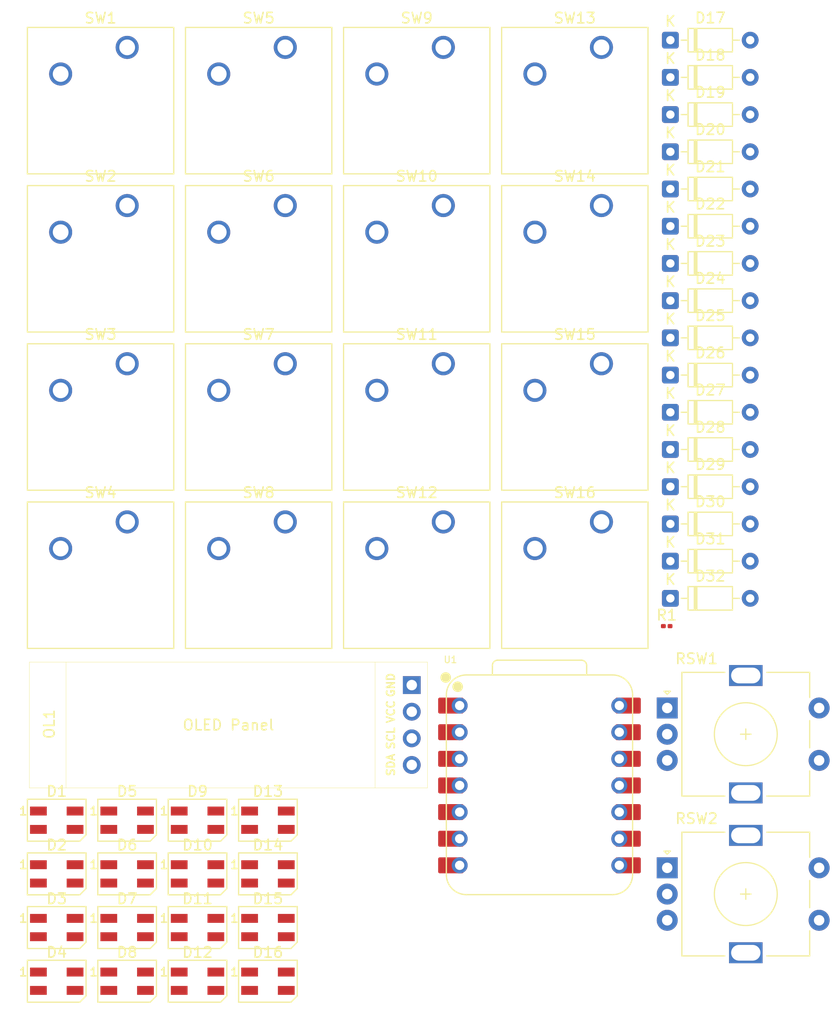
<source format=kicad_pcb>
(kicad_pcb (version 20241229) (generator "pcbnew") (generator_version "9.0")
  (layers (0 "F.Cu" signal) (2 "B.Cu" signal) (13 "F.Paste" user) (15 "B.Paste" user) (5 "F.SilkS" user "F.Silkscreen") (7 "B.SilkS" user "B.Silkscreen") (1 "F.Mask" user) (3 "B.Mask" user) (25 "Edge.Cuts" user))
  (net 0 "")
  (net 1 "Net-(D1-DIN)")
  (net 2 "GND")
  (net 3 "Net-(D1-DOUT)")
  (net 4 "+5V")
  (net 5 "Net-(D2-DOUT)")
  (net 6 "Net-(D3-DOUT)")
  (net 7 "Net-(D4-DOUT)")
  (net 8 "Net-(D5-DOUT)")
  (net 9 "Net-(D16-DOUT)")
  (net 10 "Net-(D6-DOUT)")
  (net 11 "Net-(D7-DOUT)")
  (net 12 "Net-(D8-DOUT)")
  (net 13 "Net-(D10-DIN)")
  (net 15 "Net-(D11-DIN)")
  (net 16 "Net-(D11-DOUT)")
  (net 17 "Net-(D12-DOUT)")
  (net 18 "Net-(D13-DOUT)")
  (net 19 "Net-(D14-DOUT)")
  (net 20 "Net-(D15-DOUT)")
  (net 21 "Net-(D17-K)")
  (net 22 "Net-(D17-A)")
  (net 23 "Net-(D18-A)")
  (net 24 "Net-(D19-A)")
  (net 25 "Net-(D20-A)")
  (net 26 "Net-(D21-A)")
  (net 27 "Net-(D21-K)")
  (net 28 "Net-(D22-A)")
  (net 29 "Net-(D23-A)")
  (net 30 "Net-(D24-A)")
  (net 31 "Net-(D25-A)")
  (net 32 "Net-(D25-K)")
  (net 33 "Net-(D26-A)")
  (net 34 "Net-(D27-A)")
  (net 35 "Net-(D28-A)")
  (net 36 "Net-(D29-A)")
  (net 37 "Net-(D29-K)")
  (net 38 "Net-(D30-A)")
  (net 39 "Net-(D31-A)")
  (net 40 "Net-(D32-A)")
  (net 41 "Net-(OL1-SDA)")
  (net 42 "Net-(OL1-SCL)")
  (net 43 "Net-(RSW1-PadC)")
  (net 44 "Net-(U1-GPIO28{slash}ADC2{slash}A2)")
  (net 45 "Net-(U1-GPIO27{slash}ADC1{slash}A1)")
  (net 47 "Net-(U1-GPIO0{slash}TX)")
  (net 48 "Net-(RSW2-PadC)")
  (net 50 "Net-(U1-GPIO29{slash}ADC3{slash}A3)")
  (footprint "Button_Switch_Keyboard:SW_Cherry_MX_1.00u_PCB" (layer "F.Cu") (at 136.22 52.32)
    (property "Reference" "SW14" (at -2.54 -2.794 0) (layer "F.SilkS"))
    (property "Value" "SW_Push")
    (pad "" np_thru_hole circle (at -7.62 5.08) (size 1.7 1.7) (drill 1.7) (layers "*.Cu" "*.Mask"))
    (pad "" np_thru_hole circle (at -2.54 5.08) (size 4 4) (drill 4) (layers "*.Cu" "*.Mask"))
    (pad "" np_thru_hole circle (at 2.54 5.08) (size 1.7 1.7) (drill 1.7) (layers "*.Cu" "*.Mask"))
    (pad "1" thru_hole circle (at 0 0) (size 2.2 2.2) (drill 1.5) (layers "*.Cu" "*.Mask") (net 38 "Net-(D30-A)"))
    (pad "2" thru_hole circle (at -6.35 2.54) (size 2.2 2.2) (drill 1.5) (layers "*.Cu" "*.Mask") (net 4 "+5V"))
  )
  (footprint "LED_SMD:LED_SK6812MINI_PLCC4_3.5x3.5mm_P1.75mm" (layer "F.Cu") (at 104.385 121.195)
    (property "Reference" "D15" (at 0 -2.75 0) (layer "F.SilkS"))
    (property "Value" "SK6812MINI")
    (fp_text user "1" (at -3.2 -0.875 0) (layer "F.SilkS") (effects (font (size 0.8 0.8))))
    (pad "1" smd rect (at -1.75 -0.875) (size 1.6 0.85) (layers "F.Cu" "F.Mask" "F.Paste") (net 20 "Net-(D15-DOUT)"))
    (pad "2" smd rect (at -1.75 0.875) (size 1.6 0.85) (layers "F.Cu" "F.Mask" "F.Paste") (net 2 "GND"))
    (pad "3" smd rect (at 1.75 0.875) (size 1.6 0.85) (layers "F.Cu" "F.Mask" "F.Paste") (net 19 "Net-(D14-DOUT)"))
    (pad "4" smd rect (at 1.75 -0.875) (size 1.6 0.85) (layers "F.Cu" "F.Mask" "F.Paste") (net 4 "+5V"))
  )
  (footprint "Diode_THT:D_DO-35_SOD27_P7.62mm_Horizontal" (layer "F.Cu") (at 142.8 79.14)
    (property "Reference" "D29" (at 3.81 -2.12 0) (layer "F.SilkS"))
    (property "Value" "1N4148")
    (fp_text user "K" (at 0 -1.8 0) (layer "F.SilkS"))
    (pad "1" thru_hole roundrect (at 0 0) (size 1.6 1.6) (drill 0.8) (layers "*.Cu" "*.Mask") (roundrect_rratio 0.15625) (net 37 "Net-(D29-K)"))
    (pad "2" thru_hole circle (at 7.62 0) (size 1.6 1.6) (drill 0.8) (layers "*.Cu" "*.Mask") (net 36 "Net-(D29-A)"))
  )
  (footprint "Rotary_Encoder:RotaryEncoder_Alps_EC11E-Switch_Vertical_H20mm" (layer "F.Cu") (at 142.5 100.25)
    (property "Reference" "RSW1" (at 2.8 -4.7 0) (layer "F.SilkS"))
    (property "Value" "RotaryEncoder_Switch")
    (pad "A" thru_hole rect (at 0 0) (size 2 2) (drill 1) (layers "*.Cu" "*.Mask") (net 44 "Net-(U1-GPIO28{slash}ADC2{slash}A2)"))
    (pad "B" thru_hole circle (at 0 5) (size 2 2) (drill 1) (layers "*.Cu" "*.Mask") (net 45 "Net-(U1-GPIO27{slash}ADC1{slash}A1)"))
    (pad "C" thru_hole circle (at 0 2.5) (size 2 2) (drill 1) (layers "*.Cu" "*.Mask") (net 43 "Net-(RSW1-PadC)"))
    (pad "MP" thru_hole rect (at 7.5 -3.1) (size 3.2 2) (drill oval 2.8 1.5) (layers "*.Cu" "*.Mask"))
    (pad "MP" thru_hole rect (at 7.5 8.1) (size 3.2 2) (drill oval 2.8 1.5) (layers "*.Cu" "*.Mask"))
    (pad "S1" thru_hole circle (at 14.5 5) (size 2 2) (drill 1) (layers "*.Cu" "*.Mask"))
    (pad "S2" thru_hole circle (at 14.5 0) (size 2 2) (drill 1) (layers "*.Cu" "*.Mask") (net 43 "Net-(RSW1-PadC)"))
  )
  (footprint "Button_Switch_Keyboard:SW_Cherry_MX_1.00u_PCB" (layer "F.Cu") (at 90.95 67.41)
    (property "Reference" "SW3" (at -2.54 -2.794 0) (layer "F.SilkS"))
    (property "Value" "SW_Push")
    (pad "" np_thru_hole circle (at -7.62 5.08) (size 1.7 1.7) (drill 1.7) (layers "*.Cu" "*.Mask"))
    (pad "" np_thru_hole circle (at -2.54 5.08) (size 4 4) (drill 4) (layers "*.Cu" "*.Mask"))
    (pad "" np_thru_hole circle (at 2.54 5.08) (size 1.7 1.7) (drill 1.7) (layers "*.Cu" "*.Mask"))
    (pad "1" thru_hole circle (at 0 0) (size 2.2 2.2) (drill 1.5) (layers "*.Cu" "*.Mask") (net 24 "Net-(D19-A)"))
    (pad "2" thru_hole circle (at -6.35 2.54) (size 2.2 2.2) (drill 1.5) (layers "*.Cu" "*.Mask") (net 4 "+5V"))
  )
  (footprint "Resistor_SMD:R_0201_0603Metric" (layer "F.Cu") (at 142.45 92.44)
    (property "Reference" "R1" (at 0 -1.05 0) (layer "F.SilkS"))
    (property "Value" "R")
    (pad "1" smd roundrect (at -0.32 0) (size 0.46 0.4) (layers "F.Cu" "F.Mask") (net 7 "Net-(D4-DOUT)"))
    (pad "2" smd roundrect (at 0.32 0) (size 0.46 0.4) (layers "F.Cu" "F.Mask") (net 15 "Net-(D11-DIN)"))
  )
  (footprint "LED_SMD:LED_SK6812MINI_PLCC4_3.5x3.5mm_P1.75mm" (layer "F.Cu") (at 97.665 110.955)
    (property "Reference" "D9" (at 0 -2.75 0) (layer "F.SilkS"))
    (property "Value" "SK6812MINI")
    (fp_text user "1" (at -3.2 -0.875 0) (layer "F.SilkS") (effects (font (size 0.8 0.8))))
    (pad "1" smd rect (at -1.75 -0.875) (size 1.6 0.85) (layers "F.Cu" "F.Mask" "F.Paste") (net 13 "Net-(D10-DIN)"))
    (pad "2" smd rect (at -1.75 0.875) (size 1.6 0.85) (layers "F.Cu" "F.Mask" "F.Paste") (net 2 "GND"))
    (pad "3" smd rect (at 1.75 0.875) (size 1.6 0.85) (layers "F.Cu" "F.Mask" "F.Paste") (net 12 "Net-(D8-DOUT)"))
    (pad "4" smd rect (at 1.75 -0.875) (size 1.6 0.85) (layers "F.Cu" "F.Mask" "F.Paste") (net 4 "+5V"))
  )
  (footprint "Diode_THT:D_DO-35_SOD27_P7.62mm_Horizontal" (layer "F.Cu") (at 142.8 89.79)
    (property "Reference" "D32" (at 3.81 -2.12 0) (layer "F.SilkS"))
    (property "Value" "1N4148")
    (fp_text user "K" (at 0 -1.8 0) (layer "F.SilkS"))
    (pad "1" thru_hole roundrect (at 0 0) (size 1.6 1.6) (drill 0.8) (layers "*.Cu" "*.Mask") (roundrect_rratio 0.15625) (net 37 "Net-(D29-K)"))
    (pad "2" thru_hole circle (at 7.62 0) (size 1.6 1.6) (drill 0.8) (layers "*.Cu" "*.Mask") (net 40 "Net-(D32-A)"))
  )
  (footprint "Button_Switch_Keyboard:SW_Cherry_MX_1.00u_PCB" (layer "F.Cu") (at 106.04 67.41)
    (property "Reference" "SW7" (at -2.54 -2.794 0) (layer "F.SilkS"))
    (property "Value" "SW_Push")
    (pad "" np_thru_hole circle (at -7.62 5.08) (size 1.7 1.7) (drill 1.7) (layers "*.Cu" "*.Mask"))
    (pad "" np_thru_hole circle (at -2.54 5.08) (size 4 4) (drill 4) (layers "*.Cu" "*.Mask"))
    (pad "" np_thru_hole circle (at 2.54 5.08) (size 1.7 1.7) (drill 1.7) (layers "*.Cu" "*.Mask"))
    (pad "1" thru_hole circle (at 0 0) (size 2.2 2.2) (drill 1.5) (layers "*.Cu" "*.Mask") (net 29 "Net-(D23-A)"))
    (pad "2" thru_hole circle (at -6.35 2.54) (size 2.2 2.2) (drill 1.5) (layers "*.Cu" "*.Mask") (net 4 "+5V"))
  )
  (footprint "Button_Switch_Keyboard:SW_Cherry_MX_1.00u_PCB" (layer "F.Cu") (at 90.95 37.23)
    (property "Reference" "SW1" (at -2.54 -2.794 0) (layer "F.SilkS"))
    (property "Value" "SW_Push")
    (pad "" np_thru_hole circle (at -7.62 5.08) (size 1.7 1.7) (drill 1.7) (layers "*.Cu" "*.Mask"))
    (pad "" np_thru_hole circle (at -2.54 5.08) (size 4 4) (drill 4) (layers "*.Cu" "*.Mask"))
    (pad "" np_thru_hole circle (at 2.54 5.08) (size 1.7 1.7) (drill 1.7) (layers "*.Cu" "*.Mask"))
    (pad "1" thru_hole circle (at 0 0) (size 2.2 2.2) (drill 1.5) (layers "*.Cu" "*.Mask") (net 22 "Net-(D17-A)"))
    (pad "2" thru_hole circle (at -6.35 2.54) (size 2.2 2.2) (drill 1.5) (layers "*.Cu" "*.Mask") (net 4 "+5V"))
  )
  (footprint "Diode_THT:D_DO-35_SOD27_P7.62mm_Horizontal" (layer "F.Cu") (at 142.8 72.04)
    (property "Reference" "D27" (at 3.81 -2.12 0) (layer "F.SilkS"))
    (property "Value" "1N4148")
    (fp_text user "K" (at 0 -1.8 0) (layer "F.SilkS"))
    (pad "1" thru_hole roundrect (at 0 0) (size 1.6 1.6) (drill 0.8) (layers "*.Cu" "*.Mask") (roundrect_rratio 0.15625) (net 32 "Net-(D25-K)"))
    (pad "2" thru_hole circle (at 7.62 0) (size 1.6 1.6) (drill 0.8) (layers "*.Cu" "*.Mask") (net 34 "Net-(D27-A)"))
  )
  (footprint "Button_Switch_Keyboard:SW_Cherry_MX_1.00u_PCB" (layer "F.Cu") (at 90.95 82.5)
    (property "Reference" "SW4" (at -2.54 -2.794 0) (layer "F.SilkS"))
    (property "Value" "SW_Push")
    (pad "" np_thru_hole circle (at -7.62 5.08) (size 1.7 1.7) (drill 1.7) (layers "*.Cu" "*.Mask"))
    (pad "" np_thru_hole circle (at -2.54 5.08) (size 4 4) (drill 4) (layers "*.Cu" "*.Mask"))
    (pad "" np_thru_hole circle (at 2.54 5.08) (size 1.7 1.7) (drill 1.7) (layers "*.Cu" "*.Mask"))
    (pad "1" thru_hole circle (at 0 0) (size 2.2 2.2) (drill 1.5) (layers "*.Cu" "*.Mask") (net 25 "Net-(D20-A)"))
    (pad "2" thru_hole circle (at -6.35 2.54) (size 2.2 2.2) (drill 1.5) (layers "*.Cu" "*.Mask") (net 4 "+5V"))
  )
  (footprint "LED_SMD:LED_SK6812MINI_PLCC4_3.5x3.5mm_P1.75mm" (layer "F.Cu") (at 104.385 110.955)
    (property "Reference" "D13" (at 0 -2.75 0) (layer "F.SilkS"))
    (property "Value" "SK6812MINI")
    (fp_text user "1" (at -3.2 -0.875 0) (layer "F.SilkS") (effects (font (size 0.8 0.8))))
    (pad "1" smd rect (at -1.75 -0.875) (size 1.6 0.85) (layers "F.Cu" "F.Mask" "F.Paste") (net 18 "Net-(D13-DOUT)"))
    (pad "2" smd rect (at -1.75 0.875) (size 1.6 0.85) (layers "F.Cu" "F.Mask" "F.Paste") (net 2 "GND"))
    (pad "3" smd rect (at 1.75 0.875) (size 1.6 0.85) (layers "F.Cu" "F.Mask" "F.Paste") (net 17 "Net-(D12-DOUT)"))
    (pad "4" smd rect (at 1.75 -0.875) (size 1.6 0.85) (layers "F.Cu" "F.Mask" "F.Paste") (net 4 "+5V"))
  )
  (footprint "LED_SMD:LED_SK6812MINI_PLCC4_3.5x3.5mm_P1.75mm" (layer "F.Cu") (at 90.945 116.075)
    (property "Reference" "D6" (at 0 -2.75 0) (layer "F.SilkS"))
    (property "Value" "SK6812MINI")
    (fp_text user "1" (at -3.2 -0.875 0) (layer "F.SilkS") (effects (font (size 0.8 0.8))))
    (pad "1" smd rect (at -1.75 -0.875) (size 1.6 0.85) (layers "F.Cu" "F.Mask" "F.Paste") (net 10 "Net-(D6-DOUT)"))
    (pad "2" smd rect (at -1.75 0.875) (size 1.6 0.85) (layers "F.Cu" "F.Mask" "F.Paste") (net 2 "GND"))
    (pad "3" smd rect (at 1.75 0.875) (size 1.6 0.85) (layers "F.Cu" "F.Mask" "F.Paste") (net 8 "Net-(D5-DOUT)"))
    (pad "4" smd rect (at 1.75 -0.875) (size 1.6 0.85) (layers "F.Cu" "F.Mask" "F.Paste") (net 4 "+5V"))
  )
  (footprint "LED_SMD:LED_SK6812MINI_PLCC4_3.5x3.5mm_P1.75mm" (layer "F.Cu") (at 97.665 116.075)
    (property "Reference" "D10" (at 0 -2.75 0) (layer "F.SilkS"))
    (property "Value" "SK6812MINI")
    (fp_text user "1" (at -3.2 -0.875 0) (layer "F.SilkS") (effects (font (size 0.8 0.8))))
    (pad "1" smd rect (at -1.75 -0.875) (size 1.6 0.85) (layers "F.Cu" "F.Mask" "F.Paste"))
    (pad "2" smd rect (at -1.75 0.875) (size 1.6 0.85) (layers "F.Cu" "F.Mask" "F.Paste") (net 2 "GND"))
    (pad "3" smd rect (at 1.75 0.875) (size 1.6 0.85) (layers "F.Cu" "F.Mask" "F.Paste") (net 13 "Net-(D10-DIN)"))
    (pad "4" smd rect (at 1.75 -0.875) (size 1.6 0.85) (layers "F.Cu" "F.Mask" "F.Paste") (net 4 "+5V"))
  )
  (footprint "LED_SMD:LED_SK6812MINI_PLCC4_3.5x3.5mm_P1.75mm" (layer "F.Cu") (at 84.225 116.075)
    (property "Reference" "D2" (at 0 -2.75 0) (layer "F.SilkS"))
    (property "Value" "SK6812MINI")
    (fp_text user "1" (at -3.2 -0.875 0) (layer "F.SilkS") (effects (font (size 0.8 0.8))))
    (pad "1" smd rect (at -1.75 -0.875) (size 1.6 0.85) (layers "F.Cu" "F.Mask" "F.Paste") (net 5 "Net-(D2-DOUT)"))
    (pad "2" smd rect (at -1.75 0.875) (size 1.6 0.85) (layers "F.Cu" "F.Mask" "F.Paste") (net 2 "GND"))
    (pad "3" smd rect (at 1.75 0.875) (size 1.6 0.85) (layers "F.Cu" "F.Mask" "F.Paste") (net 3 "Net-(D1-DOUT)"))
    (pad "4" smd rect (at 1.75 -0.875) (size 1.6 0.85) (layers "F.Cu" "F.Mask" "F.Paste") (net 4 "+5V"))
  )
  (footprint "Seeed Studio XIAO Series Library:XIAO-RP2040-DIP" (layer "F.Cu") (at 130.306 107.6395)
    (property "Reference" "U1" (at -8.5 -12 0) (layer "F.SilkS") (effects (font (size 0.635 0.635) (thickness 0.1016))))
    (property "Value" "XIAO-RP2040-DIP")
    (pad "1" smd roundrect (at -8.455 -7.62 180) (size 2.432 1.524) (layers "F.Cu" "F.Mask") (roundrect_rratio 0.1) (net 1 "Net-(D1-DIN)"))
    (pad "1" thru_hole circle (at -7.62 -7.62 180) (size 1.524 1.524) (drill 0.889) (layers "*.Cu" "*.Mask") (net 1 "Net-(D1-DIN)"))
    (pad "2" smd roundrect (at -8.455 -5.08 180) (size 2.432 1.524) (layers "F.Cu" "F.Mask") (roundrect_rratio 0.1) (net 45 "Net-(U1-GPIO27{slash}ADC1{slash}A1)"))
    (pad "2" thru_hole circle (at -7.62 -5.08 180) (size 1.524 1.524) (drill 0.889) (layers "*.Cu" "*.Mask") (net 45 "Net-(U1-GPIO27{slash}ADC1{slash}A1)"))
    (pad "3" smd roundrect (at -8.455 -2.54 180) (size 2.432 1.524) (layers "F.Cu" "F.Mask") (roundrect_rratio 0.1) (net 44 "Net-(U1-GPIO28{slash}ADC2{slash}A2)"))
    (pad "3" thru_hole circle (at -7.62 -2.54 180) (size 1.524 1.524) (drill 0.889) (layers "*.Cu" "*.Mask") (net 44 "Net-(U1-GPIO28{slash}ADC2{slash}A2)"))
    (pad "4" smd roundrect (at -8.455 0 180) (size 2.432 1.524) (layers "F.Cu" "F.Mask") (roundrect_rratio 0.1) (net 50 "Net-(U1-GPIO29{slash}ADC3{slash}A3)"))
    (pad "4" thru_hole circle (at -7.62 0 180) (size 1.524 1.524) (drill 0.889) (layers "*.Cu" "*.Mask") (net 50 "Net-(U1-GPIO29{slash}ADC3{slash}A3)"))
    (pad "5" smd roundrect (at -8.455 2.54 180) (size 2.432 1.524) (layers "F.Cu" "F.Mask") (roundrect_rratio 0.1) (net 41 "Net-(OL1-SDA)"))
    (pad "5" thru_hole circle (at -7.62 2.54 180) (size 1.524 1.524) (drill 0.889) (layers "*.Cu" "*.Mask") (net 41 "Net-(OL1-SDA)"))
    (pad "6" smd roundrect (at -8.455 5.08 180) (size 2.432 1.524) (layers "F.Cu" "F.Mask") (roundrect_rratio 0.1) (net 42 "Net-(OL1-SCL)"))
    (pad "6" thru_hole circle (at -7.62 5.08 180) (size 1.524 1.524) (drill 0.889) (layers "*.Cu" "*.Mask") (net 42 "Net-(OL1-SCL)"))
    (pad "7" smd roundrect (at -8.455 7.62 180) (size 2.432 1.524) (layers "F.Cu" "F.Mask") (roundrect_rratio 0.1) (net 47 "Net-(U1-GPIO0{slash}TX)"))
    (pad "7" thru_hole circle (at -7.62 7.62 180) (size 1.524 1.524) (drill 0.889) (layers "*.Cu" "*.Mask") (net 47 "Net-(U1-GPIO0{slash}TX)"))
    (pad "8" thru_hole circle (at 7.62 7.62) (size 1.524 1.524) (drill 0.889) (layers "*.Cu" "*.Mask") (net 37 "Net-(D29-K)"))
    (pad "8" smd roundrect (at 8.455 7.62) (size 2.432 1.524) (layers "F.Cu" "F.Mask") (roundrect_rratio 0.1) (net 37 "Net-(D29-K)"))
    (pad "9" thru_hole circle (at 7.62 5.08) (size 1.524 1.524) (drill 0.889) (layers "*.Cu" "*.Mask") (net 32 "Net-(D25-K)"))
    (pad "9" smd roundrect (at 8.455 5.08) (size 2.432 1.524) (layers "F.Cu" "F.Mask") (roundrect_rratio 0.1) (net 32 "Net-(D25-K)"))
    (pad "10" thru_hole circle (at 7.62 2.54) (size 1.524 1.524) (drill 0.889) (layers "*.Cu" "*.Mask") (net 27 "Net-(D21-K)"))
    (pad "10" smd roundrect (at 8.455 2.54) (size 2.432 1.524) (layers "F.Cu" "F.Mask") (roundrect_rratio 0.1) (net 27 "Net-(D21-K)"))
    (pad "11" thru_hole circle (at 7.62 0) (size 1.524 1.524) (drill 0.889) (layers "*.Cu" "*.Mask") (net 21 "Net-(D17-K)"))
    (pad "11" smd roundrect (at 8.455 0) (size 2.432 1.524) (layers "F.Cu" "F.Mask") (roundrect_rratio 0.1) (net 21 "Net-(D17-K)"))
    (pad "12" thru_hole circle (at 7.62 -2.54) (size 1.524 1.524) (drill 0.889) (layers "*.Cu" "*.Mask"))
    (pad "12" smd roundrect (at 8.455 -2.54) (size 2.432 1.524) (layers "F.Cu" "F.Mask") (roundrect_rratio 0.1))
    (pad "13" thru_hole circle (at 7.62 -5.08) (size 1.524 1.524) (drill 0.889) (layers "*.Cu" "*.Mask") (net 2 "GND"))
    (pad "13" smd roundrect (at 8.455 -5.08) (size 2.432 1.524) (layers "F.Cu" "F.Mask") (roundrect_rratio 0.1) (net 2 "GND"))
    (pad "14" thru_hole circle (at 7.62 -7.62) (size 1.524 1.524) (drill 0.889) (layers "*.Cu" "*.Mask") (net 4 "+5V"))
    (pad "14" smd roundrect (at 8.455 -7.62) (size 2.432 1.524) (layers "F.Cu" "F.Mask") (roundrect_rratio 0.1) (net 4 "+5V"))
  )
  (footprint "Button_Switch_Keyboard:SW_Cherry_MX_1.00u_PCB" (layer "F.Cu") (at 121.13 82.5)
    (property "Reference" "SW12" (at -2.54 -2.794 0) (layer "F.SilkS"))
    (property "Value" "SW_Push")
    (pad "" np_thru_hole circle (at -7.62 5.08) (size 1.7 1.7) (drill 1.7) (layers "*.Cu" "*.Mask"))
    (pad "" np_thru_hole circle (at -2.54 5.08) (size 4 4) (drill 4) (layers "*.Cu" "*.Mask"))
    (pad "" np_thru_hole circle (at 2.54 5.08) (size 1.7 1.7) (drill 1.7) (layers "*.Cu" "*.Mask"))
    (pad "1" thru_hole circle (at 0 0) (size 2.2 2.2) (drill 1.5) (layers "*.Cu" "*.Mask") (net 35 "Net-(D28-A)"))
    (pad "2" thru_hole circle (at -6.35 2.54) (size 2.2 2.2) (drill 1.5) (layers "*.Cu" "*.Mask") (net 4 "+5V"))
  )
  (footprint "Diode_THT:D_DO-35_SOD27_P7.62mm_Horizontal" (layer "F.Cu") (at 142.8 40.09)
    (property "Reference" "D18" (at 3.81 -2.12 0) (layer "F.SilkS"))
    (property "Value" "1N4148")
    (fp_text user "K" (at 0 -1.8 0) (layer "F.SilkS"))
    (pad "1" thru_hole roundrect (at 0 0) (size 1.6 1.6) (drill 0.8) (layers "*.Cu" "*.Mask") (roundrect_rratio 0.15625) (net 21 "Net-(D17-K)"))
    (pad "2" thru_hole circle (at 7.62 0) (size 1.6 1.6) (drill 0.8) (layers "*.Cu" "*.Mask") (net 23 "Net-(D18-A)"))
  )
  (footprint "Button_Switch_Keyboard:SW_Cherry_MX_1.00u_PCB" (layer "F.Cu") (at 106.04 82.5)
    (property "Reference" "SW8" (at -2.54 -2.794 0) (layer "F.SilkS"))
    (property "Value" "SW_Push")
    (pad "" np_thru_hole circle (at -7.62 5.08) (size 1.7 1.7) (drill 1.7) (layers "*.Cu" "*.Mask"))
    (pad "" np_thru_hole circle (at -2.54 5.08) (size 4 4) (drill 4) (layers "*.Cu" "*.Mask"))
    (pad "" np_thru_hole circle (at 2.54 5.08) (size 1.7 1.7) (drill 1.7) (layers "*.Cu" "*.Mask"))
    (pad "1" thru_hole circle (at 0 0) (size 2.2 2.2) (drill 1.5) (layers "*.Cu" "*.Mask") (net 30 "Net-(D24-A)"))
    (pad "2" thru_hole circle (at -6.35 2.54) (size 2.2 2.2) (drill 1.5) (layers "*.Cu" "*.Mask") (net 4 "+5V"))
  )
  (footprint "Button_Switch_Keyboard:SW_Cherry_MX_1.00u_PCB" (layer "F.Cu") (at 136.22 37.23)
    (property "Reference" "SW13" (at -2.54 -2.794 0) (layer "F.SilkS"))
    (property "Value" "SW_Push")
    (pad "" np_thru_hole circle (at -7.62 5.08) (size 1.7 1.7) (drill 1.7) (layers "*.Cu" "*.Mask"))
    (pad "" np_thru_hole circle (at -2.54 5.08) (size 4 4) (drill 4) (layers "*.Cu" "*.Mask"))
    (pad "" np_thru_hole circle (at 2.54 5.08) (size 1.7 1.7) (drill 1.7) (layers "*.Cu" "*.Mask"))
    (pad "1" thru_hole circle (at 0 0) (size 2.2 2.2) (drill 1.5) (layers "*.Cu" "*.Mask") (net 36 "Net-(D29-A)"))
    (pad "2" thru_hole circle (at -6.35 2.54) (size 2.2 2.2) (drill 1.5) (layers "*.Cu" "*.Mask") (net 4 "+5V"))
  )
  (footprint "Diode_THT:D_DO-35_SOD27_P7.62mm_Horizontal" (layer "F.Cu") (at 142.8 64.94)
    (property "Reference" "D25" (at 3.81 -2.12 0) (layer "F.SilkS"))
    (property "Value" "1N4148")
    (fp_text user "K" (at 0 -1.8 0) (layer "F.SilkS"))
    (pad "1" thru_hole roundrect (at 0 0) (size 1.6 1.6) (drill 0.8) (layers "*.Cu" "*.Mask") (roundrect_rratio 0.15625) (net 32 "Net-(D25-K)"))
    (pad "2" thru_hole circle (at 7.62 0) (size 1.6 1.6) (drill 0.8) (layers "*.Cu" "*.Mask") (net 31 "Net-(D25-A)"))
  )
  (footprint "Diode_THT:D_DO-35_SOD27_P7.62mm_Horizontal" (layer "F.Cu") (at 142.8 36.54)
    (property "Reference" "D17" (at 3.81 -2.12 0) (layer "F.SilkS"))
    (property "Value" "1N4148")
    (fp_text user "K" (at 0 -1.8 0) (layer "F.SilkS"))
    (pad "1" thru_hole roundrect (at 0 0) (size 1.6 1.6) (drill 0.8) (layers "*.Cu" "*.Mask") (roundrect_rratio 0.15625) (net 21 "Net-(D17-K)"))
    (pad "2" thru_hole circle (at 7.62 0) (size 1.6 1.6) (drill 0.8) (layers "*.Cu" "*.Mask") (net 22 "Net-(D17-A)"))
  )
  (footprint "LED_SMD:LED_SK6812MINI_PLCC4_3.5x3.5mm_P1.75mm" (layer "F.Cu") (at 84.225 121.195)
    (property "Reference" "D3" (at 0 -2.75 0) (layer "F.SilkS"))
    (property "Value" "SK6812MINI")
    (fp_text user "1" (at -3.2 -0.875 0) (layer "F.SilkS") (effects (font (size 0.8 0.8))))
    (pad "1" smd rect (at -1.75 -0.875) (size 1.6 0.85) (layers "F.Cu" "F.Mask" "F.Paste") (net 6 "Net-(D3-DOUT)"))
    (pad "2" smd rect (at -1.75 0.875) (size 1.6 0.85) (layers "F.Cu" "F.Mask" "F.Paste") (net 2 "GND"))
    (pad "3" smd rect (at 1.75 0.875) (size 1.6 0.85) (layers "F.Cu" "F.Mask" "F.Paste") (net 5 "Net-(D2-DOUT)"))
    (pad "4" smd rect (at 1.75 -0.875) (size 1.6 0.85) (layers "F.Cu" "F.Mask" "F.Paste") (net 4 "+5V"))
  )
  (footprint "Button_Switch_Keyboard:SW_Cherry_MX_1.00u_PCB" (layer "F.Cu") (at 106.04 37.23)
    (property "Reference" "SW5" (at -2.54 -2.794 0) (layer "F.SilkS"))
    (property "Value" "SW_Push")
    (pad "" np_thru_hole circle (at -7.62 5.08) (size 1.7 1.7) (drill 1.7) (layers "*.Cu" "*.Mask"))
    (pad "" np_thru_hole circle (at -2.54 5.08) (size 4 4) (drill 4) (layers "*.Cu" "*.Mask"))
    (pad "" np_thru_hole circle (at 2.54 5.08) (size 1.7 1.7) (drill 1.7) (layers "*.Cu" "*.Mask"))
    (pad "1" thru_hole circle (at 0 0) (size 2.2 2.2) (drill 1.5) (layers "*.Cu" "*.Mask") (net 26 "Net-(D21-A)"))
    (pad "2" thru_hole circle (at -6.35 2.54) (size 2.2 2.2) (drill 1.5) (layers "*.Cu" "*.Mask") (net 4 "+5V"))
  )
  (footprint "Diode_THT:D_DO-35_SOD27_P7.62mm_Horizontal" (layer "F.Cu") (at 142.8 82.69)
    (property "Reference" "D30" (at 3.81 -2.12 0) (layer "F.SilkS"))
    (property "Value" "1N4148")
    (fp_text user "K" (at 0 -1.8 0) (layer "F.SilkS"))
    (pad "1" thru_hole roundrect (at 0 0) (size 1.6 1.6) (drill 0.8) (layers "*.Cu" "*.Mask") (roundrect_rratio 0.15625) (net 37 "Net-(D29-K)"))
    (pad "2" thru_hole circle (at 7.62 0) (size 1.6 1.6) (drill 0.8) (layers "*.Cu" "*.Mask") (net 38 "Net-(D30-A)"))
  )
  (footprint "LED_SMD:LED_SK6812MINI_PLCC4_3.5x3.5mm_P1.75mm" (layer "F.Cu") (at 90.945 126.315)
    (property "Reference" "D8" (at 0 -2.75 0) (layer "F.SilkS"))
    (property "Value" "SK6812MINI")
    (fp_text user "1" (at -3.2 -0.875 0) (layer "F.SilkS") (effects (font (size 0.8 0.8))))
    (pad "1" smd rect (at -1.75 -0.875) (size 1.6 0.85) (layers "F.Cu" "F.Mask" "F.Paste") (net 12 "Net-(D8-DOUT)"))
    (pad "2" smd rect (at -1.75 0.875) (size 1.6 0.85) (layers "F.Cu" "F.Mask" "F.Paste") (net 2 "GND"))
    (pad "3" smd rect (at 1.75 0.875) (size 1.6 0.85) (layers "F.Cu" "F.Mask" "F.Paste") (net 11 "Net-(D7-DOUT)"))
    (pad "4" smd rect (at 1.75 -0.875) (size 1.6 0.85) (layers "F.Cu" "F.Mask" "F.Paste") (net 4 "+5V"))
  )
  (footprint "LED_SMD:LED_SK6812MINI_PLCC4_3.5x3.5mm_P1.75mm" (layer "F.Cu") (at 97.665 121.195)
    (property "Reference" "D11" (at 0 -2.75 0) (layer "F.SilkS"))
    (property "Value" "SK6812MINI")
    (fp_text user "1" (at -3.2 -0.875 0) (layer "F.SilkS") (effects (font (size 0.8 0.8))))
    (pad "1" smd rect (at -1.75 -0.875) (size 1.6 0.85) (layers "F.Cu" "F.Mask" "F.Paste") (net 16 "Net-(D11-DOUT)"))
    (pad "2" smd rect (at -1.75 0.875) (size 1.6 0.85) (layers "F.Cu" "F.Mask" "F.Paste") (net 2 "GND"))
    (pad "3" smd rect (at 1.75 0.875) (size 1.6 0.85) (layers "F.Cu" "F.Mask" "F.Paste") (net 15 "Net-(D11-DIN)"))
    (pad "4" smd rect (at 1.75 -0.875) (size 1.6 0.85) (layers "F.Cu" "F.Mask" "F.Paste") (net 4 "+5V"))
  )
  (footprint "Diode_THT:D_DO-35_SOD27_P7.62mm_Horizontal" (layer "F.Cu") (at 142.8 43.64)
    (property "Reference" "D19" (at 3.81 -2.12 0) (layer "F.SilkS"))
    (property "Value" "1N4148")
    (fp_text user "K" (at 0 -1.8 0) (layer "F.SilkS"))
    (pad "1" thru_hole roundrect (at 0 0) (size 1.6 1.6) (drill 0.8) (layers "*.Cu" "*.Mask") (roundrect_rratio 0.15625) (net 21 "Net-(D17-K)"))
    (pad "2" thru_hole circle (at 7.62 0) (size 1.6 1.6) (drill 0.8) (layers "*.Cu" "*.Mask") (net 24 "Net-(D19-A)"))
  )
  (footprint "LED_SMD:LED_SK6812MINI_PLCC4_3.5x3.5mm_P1.75mm" (layer "F.Cu") (at 90.945 110.955)
    (property "Reference" "D5" (at 0 -2.75 0) (layer "F.SilkS"))
    (property "Value" "SK6812MINI")
    (fp_text user "1" (at -3.2 -0.875 0) (layer "F.SilkS") (effects (font (size 0.8 0.8))))
    (pad "1" smd rect (at -1.75 -0.875) (size 1.6 0.85) (layers "F.Cu" "F.Mask" "F.Paste") (net 8 "Net-(D5-DOUT)"))
    (pad "2" smd rect (at -1.75 0.875) (size 1.6 0.85) (layers "F.Cu" "F.Mask" "F.Paste") (net 2 "GND"))
    (pad "3" smd rect (at 1.75 0.875) (size 1.6 0.85) (layers "F.Cu" "F.Mask" "F.Paste") (net 9 "Net-(D16-DOUT)"))
    (pad "4" smd rect (at 1.75 -0.875) (size 1.6 0.85) (layers "F.Cu" "F.Mask" "F.Paste") (net 4 "+5V"))
  )
  (footprint "LED_SMD:LED_SK6812MINI_PLCC4_3.5x3.5mm_P1.75mm" (layer "F.Cu") (at 84.225 110.955)
    (property "Reference" "D1" (at 0 -2.75 0) (layer "F.SilkS"))
    (property "Value" "SK6812MINI")
    (fp_text user "1" (at -3.2 -0.875 0) (layer "F.SilkS") (effects (font (size 0.8 0.8))))
    (pad "1" smd rect (at -1.75 -0.875) (size 1.6 0.85) (layers "F.Cu" "F.Mask" "F.Paste") (net 3 "Net-(D1-DOUT)"))
    (pad "2" smd rect (at -1.75 0.875) (size 1.6 0.85) (layers "F.Cu" "F.Mask" "F.Paste") (net 2 "GND"))
    (pad "3" smd rect (at 1.75 0.875) (size 1.6 0.85) (layers "F.Cu" "F.Mask" "F.Paste") (net 1 "Net-(D1-DIN)"))
    (pad "4" smd rect (at 1.75 -0.875) (size 1.6 0.85) (layers "F.Cu" "F.Mask" "F.Paste") (net 4 "+5V"))
  )
  (footprint "Rotary_Encoder:RotaryEncoder_Alps_EC11E-Switch_Vertical_H20mm" (layer "F.Cu") (at 142.5 115.5)
    (property "Reference" "RSW2" (at 2.8 -4.7 0) (layer "F.SilkS"))
    (property "Value" "RotaryEncoder_Switch")
    (pad "A" thru_hole rect (at 0 0) (size 2 2) (drill 1) (layers "*.Cu" "*.Mask") (net 47 "Net-(U1-GPIO0{slash}TX)"))
    (pad "B" thru_hole circle (at 0 5) (size 2 2) (drill 1) (layers "*.Cu" "*.Mask") (net 50 "Net-(U1-GPIO29{slash}ADC3{slash}A3)"))
    (pad "C" thru_hole circle (at 0 2.5) (size 2 2) (drill 1) (layers "*.Cu" "*.Mask") (net 48 "Net-(RSW2-PadC)"))
    (pad "MP" thru_hole rect (at 7.5 -3.1) (size 3.2 2) (drill oval 2.8 1.5) (layers "*.Cu" "*.Mask"))
    (pad "MP" thru_hole rect (at 7.5 8.1) (size 3.2 2) (drill oval 2.8 1.5) (layers "*.Cu" "*.Mask"))
    (pad "S1" thru_hole circle (at 14.5 5) (size 2 2) (drill 1) (layers "*.Cu" "*.Mask"))
    (pad "S2" thru_hole circle (at 14.5 0) (size 2 2) (drill 1) (layers "*.Cu" "*.Mask") (net 48 "Net-(RSW2-PadC)"))
  )
  (footprint "LED_SMD:LED_SK6812MINI_PLCC4_3.5x3.5mm_P1.75mm" (layer "F.Cu") (at 97.665 126.315)
    (property "Reference" "D12" (at 0 -2.75 0) (layer "F.SilkS"))
    (property "Value" "SK6812MINI")
    (fp_text user "1" (at -3.2 -0.875 0) (layer "F.SilkS") (effects (font (size 0.8 0.8))))
    (pad "1" smd rect (at -1.75 -0.875) (size 1.6 0.85) (layers "F.Cu" "F.Mask" "F.Paste") (net 17 "Net-(D12-DOUT)"))
    (pad "2" smd rect (at -1.75 0.875) (size 1.6 0.85) (layers "F.Cu" "F.Mask" "F.Paste") (net 2 "GND"))
    (pad "3" smd rect (at 1.75 0.875) (size 1.6 0.85) (layers "F.Cu" "F.Mask" "F.Paste") (net 16 "Net-(D11-DOUT)"))
    (pad "4" smd rect (at 1.75 -0.875) (size 1.6 0.85) (layers "F.Cu" "F.Mask" "F.Paste") (net 4 "+5V"))
  )
  (footprint "Button_Switch_Keyboard:SW_Cherry_MX_1.00u_PCB" (layer "F.Cu") (at 121.13 37.23)
    (property "Reference" "SW9" (at -2.54 -2.794 0) (layer "F.SilkS"))
    (property "Value" "SW_Push")
    (pad "" np_thru_hole circle (at -7.62 5.08) (size 1.7 1.7) (drill 1.7) (layers "*.Cu" "*.Mask"))
    (pad "" np_thru_hole circle (at -2.54 5.08) (size 4 4) (drill 4) (layers "*.Cu" "*.Mask"))
    (pad "" np_thru_hole circle (at 2.54 5.08) (size 1.7 1.7) (drill 1.7) (layers "*.Cu" "*.Mask"))
    (pad "1" thru_hole circle (at 0 0) (size 2.2 2.2) (drill 1.5) (layers "*.Cu" "*.Mask") (net 31 "Net-(D25-A)"))
    (pad "2" thru_hole circle (at -6.35 2.54) (size 2.2 2.2) (drill 1.5) (layers "*.Cu" "*.Mask") (net 4 "+5V"))
  )
  (footprint "Diode_THT:D_DO-35_SOD27_P7.62mm_Horizontal" (layer "F.Cu") (at 142.8 86.24)
    (property "Reference" "D31" (at 3.81 -2.12 0) (layer "F.SilkS"))
    (property "Value" "1N4148")
    (fp_text user "K" (at 0 -1.8 0) (layer "F.SilkS"))
    (pad "1" thru_hole roundrect (at 0 0) (size 1.6 1.6) (drill 0.8) (layers "*.Cu" "*.Mask") (roundrect_rratio 0.15625) (net 37 "Net-(D29-K)"))
    (pad "2" thru_hole circle (at 7.62 0) (size 1.6 1.6) (drill 0.8) (layers "*.Cu" "*.Mask") (net 39 "Net-(D31-A)"))
  )
  (footprint "Diode_THT:D_DO-35_SOD27_P7.62mm_Horizontal" (layer "F.Cu") (at 142.8 75.59)
    (property "Reference" "D28" (at 3.81 -2.12 0) (layer "F.SilkS"))
    (property "Value" "1N4148")
    (fp_text user "K" (at 0 -1.8 0) (layer "F.SilkS"))
    (pad "1" thru_hole roundrect (at 0 0) (size 1.6 1.6) (drill 0.8) (layers "*.Cu" "*.Mask") (roundrect_rratio 0.15625) (net 32 "Net-(D25-K)"))
    (pad "2" thru_hole circle (at 7.62 0) (size 1.6 1.6) (drill 0.8) (layers "*.Cu" "*.Mask") (net 35 "Net-(D28-A)"))
  )
  (footprint "Diode_THT:D_DO-35_SOD27_P7.62mm_Horizontal" (layer "F.Cu") (at 142.8 57.84)
    (property "Reference" "D23" (at 3.81 -2.12 0) (layer "F.SilkS"))
    (property "Value" "1N4148")
    (fp_text user "K" (at 0 -1.8 0) (layer "F.SilkS"))
    (pad "1" thru_hole roundrect (at 0 0) (size 1.6 1.6) (drill 0.8) (layers "*.Cu" "*.Mask") (roundrect_rratio 0.15625) (net 27 "Net-(D21-K)"))
    (pad "2" thru_hole circle (at 7.62 0) (size 1.6 1.6) (drill 0.8) (layers "*.Cu" "*.Mask") (net 29 "Net-(D23-A)"))
  )
  (footprint "KiCad-SSD1306-0.91-OLED-4pin-128x32:SSD1306-0.91-OLED-4pin-128x32" (layer "F.Cu") (at 81.615 95.875)
    (property "Reference" "OL1" (at 1.9 5.91 90) (layer "F.SilkS"))
    (property "Value" "OLED")
    (fp_text user "VCC" (at 34.5 4.73 270) (layer "F.SilkS") (effects (font (size 0.75 0.75))))
    (fp_text user "SDA" (at 34.5 9.81 270) (layer "F.SilkS") (effects (font (size 0.75 0.75))))
    (fp_text user "SCL" (at 34.5 7.27 270) (layer "F.SilkS") (effects (font (size 0.75 0.75))))
    (fp_text user "OLED Panel" (at 19 6 0) (layer "F.SilkS"))
    (fp_text user "GND" (at 34.5 2.19 270) (layer "F.SilkS") (effects (font (size 0.75 0.75))))
    (pad "1" thru_hole rect (at 36.5 2.19) (size 1.7 1.7) (drill 1) (layers "*.Cu" "*.Mask") (net 41 "Net-(OL1-SDA)"))
    (pad "2" thru_hole oval (at 36.5 4.73) (size 1.7 1.7) (drill 1) (layers "*.Cu" "*.Mask") (net 42 "Net-(OL1-SCL)"))
    (pad "3" thru_hole oval (at 36.5 7.27) (size 1.7 1.7) (drill 1) (layers "*.Cu" "*.Mask") (net 4 "+5V"))
    (pad "4" thru_hole oval (at 36.5 9.81) (size 1.7 1.7) (drill 1) (layers "*.Cu" "*.Mask") (net 2 "GND"))
  )
  (footprint "Button_Switch_Keyboard:SW_Cherry_MX_1.00u_PCB" (layer "F.Cu") (at 90.95 52.32)
    (property "Reference" "SW2" (at -2.54 -2.794 0) (layer "F.SilkS"))
    (property "Value" "SW_Push")
    (pad "" np_thru_hole circle (at -7.62 5.08) (size 1.7 1.7) (drill 1.7) (layers "*.Cu" "*.Mask"))
    (pad "" np_thru_hole circle (at -2.54 5.08) (size 4 4) (drill 4) (layers "*.Cu" "*.Mask"))
    (pad "" np_thru_hole circle (at 2.54 5.08) (size 1.7 1.7) (drill 1.7) (layers "*.Cu" "*.Mask"))
    (pad "1" thru_hole circle (at 0 0) (size 2.2 2.2) (drill 1.5) (layers "*.Cu" "*.Mask") (net 23 "Net-(D18-A)"))
    (pad "2" thru_hole circle (at -6.35 2.54) (size 2.2 2.2) (drill 1.5) (layers "*.Cu" "*.Mask") (net 4 "+5V"))
  )
  (footprint "LED_SMD:LED_SK6812MINI_PLCC4_3.5x3.5mm_P1.75mm" (layer "F.Cu") (at 104.385 126.315)
    (property "Reference" "D16" (at 0 -2.75 0) (layer "F.SilkS"))
    (property "Value" "SK6812MINI")
    (fp_text user "1" (at -3.2 -0.875 0) (layer "F.SilkS") (effects (font (size 0.8 0.8))))
    (pad "1" smd rect (at -1.75 -0.875) (size 1.6 0.85) (layers "F.Cu" "F.Mask" "F.Paste") (net 9 "Net-(D16-DOUT)"))
    (pad "2" smd rect (at -1.75 0.875) (size 1.6 0.85) (layers "F.Cu" "F.Mask" "F.Paste") (net 2 "GND"))
    (pad "3" smd rect (at 1.75 0.875) (size 1.6 0.85) (layers "F.Cu" "F.Mask" "F.Paste") (net 20 "Net-(D15-DOUT)"))
    (pad "4" smd rect (at 1.75 -0.875) (size 1.6 0.85) (layers "F.Cu" "F.Mask" "F.Paste") (net 4 "+5V"))
  )
  (footprint "Diode_THT:D_DO-35_SOD27_P7.62mm_Horizontal" (layer "F.Cu") (at 142.8 47.19)
    (property "Reference" "D20" (at 3.81 -2.12 0) (layer "F.SilkS"))
    (property "Value" "1N4148")
    (fp_text user "K" (at 0 -1.8 0) (layer "F.SilkS"))
    (pad "1" thru_hole roundrect (at 0 0) (size 1.6 1.6) (drill 0.8) (layers "*.Cu" "*.Mask") (roundrect_rratio 0.15625) (net 21 "Net-(D17-K)"))
    (pad "2" thru_hole circle (at 7.62 0) (size 1.6 1.6) (drill 0.8) (layers "*.Cu" "*.Mask") (net 25 "Net-(D20-A)"))
  )
  (footprint "Button_Switch_Keyboard:SW_Cherry_MX_1.00u_PCB" (layer "F.Cu") (at 136.22 67.41)
    (property "Reference" "SW15" (at -2.54 -2.794 0) (layer "F.SilkS"))
    (property "Value" "SW_Push")
    (pad "" np_thru_hole circle (at -7.62 5.08) (size 1.7 1.7) (drill 1.7) (layers "*.Cu" "*.Mask"))
    (pad "" np_thru_hole circle (at -2.54 5.08) (size 4 4) (drill 4) (layers "*.Cu" "*.Mask"))
    (pad "" np_thru_hole circle (at 2.54 5.08) (size 1.7 1.7) (drill 1.7) (layers "*.Cu" "*.Mask"))
    (pad "1" thru_hole circle (at 0 0) (size 2.2 2.2) (drill 1.5) (layers "*.Cu" "*.Mask") (net 40 "Net-(D32-A)"))
    (pad "2" thru_hole circle (at -6.35 2.54) (size 2.2 2.2) (drill 1.5) (layers "*.Cu" "*.Mask") (net 4 "+5V"))
  )
  (footprint "Diode_THT:D_DO-35_SOD27_P7.62mm_Horizontal" (layer "F.Cu") (at 142.8 61.39)
    (property "Reference" "D24" (at 3.81 -2.12 0) (layer "F.SilkS"))
    (property "Value" "1N4148")
    (fp_text user "K" (at 0 -1.8 0) (layer "F.SilkS"))
    (pad "1" thru_hole roundrect (at 0 0) (size 1.6 1.6) (drill 0.8) (layers "*.Cu" "*.Mask") (roundrect_rratio 0.15625) (net 27 "Net-(D21-K)"))
    (pad "2" thru_hole circle (at 7.62 0) (size 1.6 1.6) (drill 0.8) (layers "*.Cu" "*.Mask") (net 30 "Net-(D24-A)"))
  )
  (footprint "Button_Switch_Keyboard:SW_Cherry_MX_1.00u_PCB" (layer "F.Cu") (at 121.13 52.32)
    (property "Reference" "SW10" (at -2.54 -2.794 0) (layer "F.SilkS"))
    (property "Value" "SW_Push")
    (pad "" np_thru_hole circle (at -7.62 5.08) (size 1.7 1.7) (drill 1.7) (layers "*.Cu" "*.Mask"))
    (pad "" np_thru_hole circle (at -2.54 5.08) (size 4 4) (drill 4) (layers "*.Cu" "*.Mask"))
    (pad "" np_thru_hole circle (at 2.54 5.08) (size 1.7 1.7) (drill 1.7) (layers "*.Cu" "*.Mask"))
    (pad "1" thru_hole circle (at 0 0) (size 2.2 2.2) (drill 1.5) (layers "*.Cu" "*.Mask") (net 33 "Net-(D26-A)"))
    (pad "2" thru_hole circle (at -6.35 2.54) (size 2.2 2.2) (drill 1.5) (layers "*.Cu" "*.Mask") (net 4 "+5V"))
  )
  (footprint "LED_SMD:LED_SK6812MINI_PLCC4_3.5x3.5mm_P1.75mm" (layer "F.Cu") (at 84.225 126.315)
    (property "Reference" "D4" (at 0 -2.75 0) (layer "F.SilkS"))
    (property "Value" "SK6812MINI")
    (fp_text user "1" (at -3.2 -0.875 0) (layer "F.SilkS") (effects (font (size 0.8 0.8))))
    (pad "1" smd rect (at -1.75 -0.875) (size 1.6 0.85) (layers "F.Cu" "F.Mask" "F.Paste") (net 7 "Net-(D4-DOUT)"))
    (pad "2" smd rect (at -1.75 0.875) (size 1.6 0.85) (layers "F.Cu" "F.Mask" "F.Paste") (net 2 "GND"))
    (pad "3" smd rect (at 1.75 0.875) (size 1.6 0.85) (layers "F.Cu" "F.Mask" "F.Paste") (net 6 "Net-(D3-DOUT)"))
    (pad "4" smd rect (at 1.75 -0.875) (size 1.6 0.85) (layers "F.Cu" "F.Mask" "F.Paste") (net 4 "+5V"))
  )
  (footprint "Diode_THT:D_DO-35_SOD27_P7.62mm_Horizontal" (layer "F.Cu") (at 142.8 68.49)
    (property "Reference" "D26" (at 3.81 -2.12 0) (layer "F.SilkS"))
    (property "Value" "1N4148")
    (fp_text user "K" (at 0 -1.8 0) (layer "F.SilkS"))
    (pad "1" thru_hole roundrect (at 0 0) (size 1.6 1.6) (drill 0.8) (layers "*.Cu" "*.Mask") (roundrect_rratio 0.15625) (net 32 "Net-(D25-K)"))
    (pad "2" thru_hole circle (at 7.62 0) (size 1.6 1.6) (drill 0.8) (layers "*.Cu" "*.Mask") (net 33 "Net-(D26-A)"))
  )
  (footprint "Button_Switch_Keyboard:SW_Cherry_MX_1.00u_PCB" (layer "F.Cu") (at 106.04 52.32)
    (property "Reference" "SW6" (at -2.54 -2.794 0) (layer "F.SilkS"))
    (property "Value" "SW_Push")
    (pad "" np_thru_hole circle (at -7.62 5.08) (size 1.7 1.7) (drill 1.7) (layers "*.Cu" "*.Mask"))
    (pad "" np_thru_hole circle (at -2.54 5.08) (size 4 4) (drill 4) (layers "*.Cu" "*.Mask"))
    (pad "" np_thru_hole circle (at 2.54 5.08) (size 1.7 1.7) (drill 1.7) (layers "*.Cu" "*.Mask"))
    (pad "1" thru_hole circle (at 0 0) (size 2.2 2.2) (drill 1.5) (layers "*.Cu" "*.Mask") (net 28 "Net-(D22-A)"))
    (pad "2" thru_hole circle (at -6.35 2.54) (size 2.2 2.2) (drill 1.5) (layers "*.Cu" "*.Mask") (net 4 "+5V"))
  )
  (footprint "Diode_THT:D_DO-35_SOD27_P7.62mm_Horizontal" (layer "F.Cu") (at 142.8 54.29)
    (property "Reference" "D22" (at 3.81 -2.12 0) (layer "F.SilkS"))
    (property "Value" "1N4148")
    (fp_text user "K" (at 0 -1.8 0) (layer "F.SilkS"))
    (pad "1" thru_hole roundrect (at 0 0) (size 1.6 1.6) (drill 0.8) (layers "*.Cu" "*.Mask") (roundrect_rratio 0.15625) (net 27 "Net-(D21-K)"))
    (pad "2" thru_hole circle (at 7.62 0) (size 1.6 1.6) (drill 0.8) (layers "*.Cu" "*.Mask") (net 28 "Net-(D22-A)"))
  )
  (footprint "Button_Switch_Keyboard:SW_Cherry_MX_1.00u_PCB" (layer "F.Cu") (at 136.22 82.5)
    (property "Reference" "SW16" (at -2.54 -2.794 0) (layer "F.SilkS"))
    (property "Value" "SW_Push")
    (pad "" np_thru_hole circle (at -7.62 5.08) (size 1.7 1.7) (drill 1.7) (layers "*.Cu" "*.Mask"))
    (pad "" np_thru_hole circle (at -2.54 5.08) (size 4 4) (drill 4) (layers "*.Cu" "*.Mask"))
    (pad "" np_thru_hole circle (at 2.54 5.08) (size 1.7 1.7) (drill 1.7) (layers "*.Cu" "*.Mask"))
    (pad "1" thru_hole circle (at 0 0) (size 2.2 2.2) (drill 1.5) (layers "*.Cu" "*.Mask") (net 39 "Net-(D31-A)"))
    (pad "2" thru_hole circle (at -6.35 2.54) (size 2.2 2.2) (drill 1.5) (layers "*.Cu" "*.Mask") (net 4 "+5V"))
  )
  (footprint "LED_SMD:LED_SK6812MINI_PLCC4_3.5x3.5mm_P1.75mm" (layer "F.Cu") (at 104.385 116.075)
    (property "Reference" "D14" (at 0 -2.75 0) (layer "F.SilkS"))
    (property "Value" "SK6812MINI")
    (fp_text user "1" (at -3.2 -0.875 0) (layer "F.SilkS") (effects (font (size 0.8 0.8))))
    (pad "1" smd rect (at -1.75 -0.875) (size 1.6 0.85) (layers "F.Cu" "F.Mask" "F.Paste") (net 19 "Net-(D14-DOUT)"))
    (pad "2" smd rect (at -1.75 0.875) (size 1.6 0.85) (layers "F.Cu" "F.Mask" "F.Paste") (net 2 "GND"))
    (pad "3" smd rect (at 1.75 0.875) (size 1.6 0.85) (layers "F.Cu" "F.Mask" "F.Paste") (net 18 "Net-(D13-DOUT)"))
    (pad "4" smd rect (at 1.75 -0.875) (size 1.6 0.85) (layers "F.Cu" "F.Mask" "F.Paste") (net 4 "+5V"))
  )
  (footprint "Diode_THT:D_DO-35_SOD27_P7.62mm_Horizontal" (layer "F.Cu") (at 142.8 50.74)
    (property "Reference" "D21" (at 3.81 -2.12 0) (layer "F.SilkS"))
    (property "Value" "1N4148")
    (fp_text user "K" (at 0 -1.8 0) (layer "F.SilkS"))
    (pad "1" thru_hole roundrect (at 0 0) (size 1.6 1.6) (drill 0.8) (layers "*.Cu" "*.Mask") (roundrect_rratio 0.15625) (net 27 "Net-(D21-K)"))
    (pad "2" thru_hole circle (at 7.62 0) (size 1.6 1.6) (drill 0.8) (layers "*.Cu" "*.Mask") (net 26 "Net-(D21-A)"))
  )
  (footprint "LED_SMD:LED_SK6812MINI_PLCC4_3.5x3.5mm_P1.75mm" (layer "F.Cu") (at 90.945 121.195)
    (property "Reference" "D7" (at 0 -2.75 0) (layer "F.SilkS"))
    (property "Value" "SK6812MINI")
    (fp_text user "1" (at -3.2 -0.875 0) (layer "F.SilkS") (effects (font (size 0.8 0.8))))
    (pad "1" smd rect (at -1.75 -0.875) (size 1.6 0.85) (layers "F.Cu" "F.Mask" "F.Paste") (net 11 "Net-(D7-DOUT)"))
    (pad "2" smd rect (at -1.75 0.875) (size 1.6 0.85) (layers "F.Cu" "F.Mask" "F.Paste") (net 2 "GND"))
    (pad "3" smd rect (at 1.75 0.875) (size 1.6 0.85) (layers "F.Cu" "F.Mask" "F.Paste") (net 10 "Net-(D6-DOUT)"))
    (pad "4" smd rect (at 1.75 -0.875) (size 1.6 0.85) (layers "F.Cu" "F.Mask" "F.Paste") (net 4 "+5V"))
  )
  (footprint "Button_Switch_Keyboard:SW_Cherry_MX_1.00u_PCB" (layer "F.Cu") (at 121.13 67.41)
    (property "Reference" "SW11" (at -2.54 -2.794 0) (layer "F.SilkS"))
    (property "Value" "SW_Push")
    (pad "" np_thru_hole circle (at -7.62 5.08) (size 1.7 1.7) (drill 1.7) (layers "*.Cu" "*.Mask"))
    (pad "" np_thru_hole circle (at -2.54 5.08) (size 4 4) (drill 4) (layers "*.Cu" "*.Mask"))
    (pad "" np_thru_hole circle (at 2.54 5.08) (size 1.7 1.7) (drill 1.7) (layers "*.Cu" "*.Mask"))
    (pad "1" thru_hole circle (at 0 0) (size 2.2 2.2) (drill 1.5) (layers "*.Cu" "*.Mask") (net 34 "Net-(D27-A)"))
    (pad "2" thru_hole circle (at -6.35 2.54) (size 2.2 2.2) (drill 1.5) (layers "*.Cu" "*.Mask") (net 4 "+5V"))
  )
)
</source>
